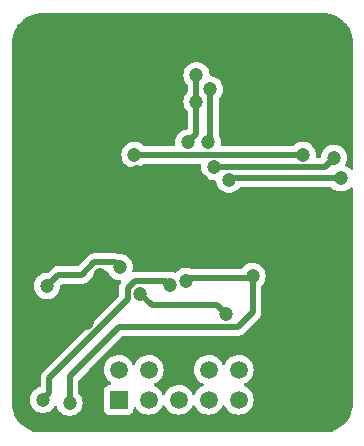
<source format=gbr>
%TF.GenerationSoftware,KiCad,Pcbnew,8.0.5*%
%TF.CreationDate,2024-11-27T14:41:50+01:00*%
%TF.ProjectId,TOF_PCB,544f465f-5043-4422-9e6b-696361645f70,rev?*%
%TF.SameCoordinates,Original*%
%TF.FileFunction,Copper,L2,Bot*%
%TF.FilePolarity,Positive*%
%FSLAX46Y46*%
G04 Gerber Fmt 4.6, Leading zero omitted, Abs format (unit mm)*
G04 Created by KiCad (PCBNEW 8.0.5) date 2024-11-27 14:41:50*
%MOMM*%
%LPD*%
G01*
G04 APERTURE LIST*
%TA.AperFunction,ComponentPad*%
%ADD10R,1.508000X1.508000*%
%TD*%
%TA.AperFunction,ComponentPad*%
%ADD11C,1.508000*%
%TD*%
%TA.AperFunction,ViaPad*%
%ADD12C,1.200000*%
%TD*%
%TA.AperFunction,Conductor*%
%ADD13C,0.500000*%
%TD*%
G04 APERTURE END LIST*
D10*
%TO.P,U101,1,INT_I*%
%TO.N,/TOFA_GPIO1*%
X170160000Y-117240000D03*
D11*
%TO.P,U101,2,SCL_I*%
%TO.N,/I2C_MAIN_SCL*%
X170160000Y-114700000D03*
%TO.P,U101,3,XSDN_I*%
%TO.N,/TOFA_XSHUT*%
X172700000Y-117240000D03*
%TO.P,U101,4,SDA_I*%
%TO.N,/I2C_MAIN_SDA*%
X172700000Y-114700000D03*
%TO.P,U101,5,VDD*%
%TO.N,+5V*%
X175240000Y-117240000D03*
%TO.P,U101,6,GND*%
%TO.N,GND*%
X175240000Y-114700000D03*
%TO.P,U101,7,NC*%
%TO.N,unconnected-(U101-NC-Pad7)*%
X177780000Y-117240000D03*
%TO.P,U101,8,NC*%
%TO.N,unconnected-(U101-NC-Pad8)*%
X177780000Y-114700000D03*
%TO.P,U101,9,NC1_I*%
%TO.N,unconnected-(U101-NC1_I-Pad9)*%
X180320000Y-117240000D03*
%TO.P,U101,10,NC0_I*%
%TO.N,unconnected-(U101-NC0_I-Pad10)*%
X180320000Y-114700000D03*
%TD*%
D12*
%TO.N,GND*%
X177200000Y-98750000D03*
X171715000Y-97915000D03*
X163000000Y-114750000D03*
X182000000Y-102500000D03*
X169500000Y-102500000D03*
X167500000Y-110700000D03*
X188750000Y-102500000D03*
X168550000Y-106632537D03*
%TO.N,+5V*%
X171500000Y-96500000D03*
X185750000Y-96500000D03*
%TO.N,/TOFB_GPIO1*%
X172000000Y-108250000D03*
X179250000Y-110000000D03*
X170250000Y-106000000D03*
X164100000Y-107600000D03*
%TO.N,/I2C_MAIN_SCL*%
X176750000Y-91995000D03*
X176750000Y-89750000D03*
X176034923Y-95450000D03*
%TO.N,/I2C_MAIN_SDA*%
X177900000Y-90945000D03*
X177750000Y-95450000D03*
%TO.N,/TOFC_XSHUT*%
X188390000Y-96750000D03*
X178250000Y-97550000D03*
%TO.N,/TOFC_GPIO1*%
X179500000Y-98600000D03*
X189000000Y-98500000D03*
%TO.N,/TOFA_XSHUT*%
X163750000Y-117250000D03*
X174500000Y-107500000D03*
%TO.N,/TOFA_GPIO1*%
X166000000Y-117500000D03*
X181500000Y-106750000D03*
X175863510Y-107182445D03*
%TD*%
D13*
%TO.N,/TOFA_XSHUT*%
X163750000Y-117250000D02*
X164300000Y-116700000D01*
X174200000Y-107200000D02*
X174500000Y-107500000D01*
X164300000Y-116700000D02*
X164300000Y-115384925D01*
X164300000Y-115384925D02*
X170950000Y-108734925D01*
X170950000Y-107800000D02*
X171550000Y-107200000D01*
X170950000Y-108734925D02*
X170950000Y-107800000D01*
X171550000Y-107200000D02*
X174200000Y-107200000D01*
%TO.N,/TOFA_GPIO1*%
X166000000Y-117500000D02*
X166000000Y-115250000D01*
X166000000Y-115250000D02*
X170200000Y-111050000D01*
X170200000Y-111050000D02*
X180250000Y-111050000D01*
X180250000Y-111050000D02*
X181500000Y-109800000D01*
X181500000Y-109800000D02*
X181500000Y-106750000D01*
%TO.N,GND*%
X172550000Y-98750000D02*
X177200000Y-98750000D01*
X167500000Y-110700000D02*
X167050000Y-110700000D01*
X182000000Y-102500000D02*
X169500000Y-102500000D01*
X171715000Y-97915000D02*
X172550000Y-98750000D01*
X167500000Y-110700000D02*
X167750000Y-110450000D01*
X167750000Y-110450000D02*
X167750000Y-107432537D01*
X167050000Y-110700000D02*
X163000000Y-114750000D01*
X167750000Y-107432537D02*
X168550000Y-106632537D01*
X182000000Y-102500000D02*
X188750000Y-102500000D01*
%TO.N,+5V*%
X171500000Y-96500000D02*
X185750000Y-96500000D01*
%TO.N,/TOFB_GPIO1*%
X179250000Y-110000000D02*
X178500000Y-109250000D01*
X168115075Y-105582537D02*
X169832537Y-105582537D01*
X169832537Y-105582537D02*
X170250000Y-106000000D01*
X165052388Y-106647612D02*
X167050000Y-106647612D01*
X167050000Y-106647612D02*
X168115075Y-105582537D01*
X173000000Y-109250000D02*
X172000000Y-108250000D01*
X178500000Y-109250000D02*
X173000000Y-109250000D01*
X164100000Y-107600000D02*
X165052388Y-106647612D01*
%TO.N,/I2C_MAIN_SCL*%
X176995000Y-91750000D02*
X176750000Y-91995000D01*
X176034923Y-95450000D02*
X176750000Y-94734923D01*
X176750000Y-94734923D02*
X176750000Y-91995000D01*
X176750000Y-89750000D02*
X176750000Y-91750000D01*
X176750000Y-91750000D02*
X176995000Y-91750000D01*
%TO.N,/I2C_MAIN_SDA*%
X177900000Y-95300000D02*
X177750000Y-95450000D01*
X177900000Y-90945000D02*
X177900000Y-95300000D01*
%TO.N,/TOFC_XSHUT*%
X188390000Y-96750000D02*
X187590000Y-97550000D01*
X187590000Y-97550000D02*
X178250000Y-97550000D01*
%TO.N,/TOFC_GPIO1*%
X189000000Y-98500000D02*
X179600000Y-98500000D01*
X179600000Y-98500000D02*
X179500000Y-98600000D01*
%TO.N,/TOFA_GPIO1*%
X175863510Y-107182445D02*
X176095955Y-106950000D01*
X176095955Y-106950000D02*
X181300000Y-106950000D01*
X181300000Y-106950000D02*
X181500000Y-106750000D01*
%TD*%
%TA.AperFunction,Conductor*%
%TO.N,GND*%
G36*
X163696106Y-84500525D02*
G01*
X163755603Y-84501748D01*
X163755603Y-84501747D01*
X163755606Y-84501748D01*
X163760043Y-84501256D01*
X163773712Y-84500500D01*
X187496249Y-84500500D01*
X187503736Y-84500726D01*
X187793796Y-84518271D01*
X187808657Y-84520075D01*
X188090798Y-84571780D01*
X188105335Y-84575363D01*
X188379172Y-84660695D01*
X188393163Y-84666000D01*
X188654743Y-84783727D01*
X188667989Y-84790680D01*
X188913465Y-84939075D01*
X188925776Y-84947573D01*
X189047218Y-85042716D01*
X189151573Y-85124473D01*
X189162781Y-85134403D01*
X189365596Y-85337218D01*
X189375526Y-85348426D01*
X189495481Y-85501538D01*
X189552422Y-85574217D01*
X189560928Y-85586540D01*
X189709316Y-85832004D01*
X189716275Y-85845263D01*
X189833997Y-86106831D01*
X189839306Y-86120832D01*
X189924635Y-86394663D01*
X189928219Y-86409201D01*
X189979923Y-86691340D01*
X189981728Y-86706205D01*
X189999274Y-86996263D01*
X189999500Y-87003750D01*
X189999500Y-97641173D01*
X189979815Y-97708212D01*
X189927011Y-97753967D01*
X189857853Y-97763911D01*
X189794297Y-97734886D01*
X189791962Y-97732810D01*
X189666042Y-97618019D01*
X189666039Y-97618017D01*
X189492642Y-97510655D01*
X189492640Y-97510654D01*
X189492637Y-97510652D01*
X189492634Y-97510651D01*
X189492629Y-97510648D01*
X189408213Y-97477945D01*
X189352812Y-97435372D01*
X189329222Y-97369605D01*
X189342007Y-97307050D01*
X189420582Y-97149250D01*
X189476397Y-96953083D01*
X189495215Y-96750000D01*
X189476397Y-96546917D01*
X189420582Y-96350750D01*
X189329673Y-96168179D01*
X189206764Y-96005421D01*
X189206762Y-96005418D01*
X189056041Y-95868019D01*
X189056039Y-95868017D01*
X188882642Y-95760655D01*
X188882635Y-95760651D01*
X188770311Y-95717137D01*
X188692456Y-95686976D01*
X188491976Y-95649500D01*
X188288024Y-95649500D01*
X188087544Y-95686976D01*
X188087541Y-95686976D01*
X188087541Y-95686977D01*
X187897364Y-95760651D01*
X187897357Y-95760655D01*
X187723960Y-95868017D01*
X187723958Y-95868019D01*
X187573237Y-96005418D01*
X187450327Y-96168178D01*
X187359422Y-96350739D01*
X187359417Y-96350752D01*
X187303602Y-96546917D01*
X187290628Y-96686941D01*
X187264842Y-96751878D01*
X187208041Y-96792566D01*
X187167157Y-96799500D01*
X186963484Y-96799500D01*
X186896445Y-96779815D01*
X186850690Y-96727011D01*
X186840013Y-96664059D01*
X186855215Y-96500000D01*
X186855215Y-96499999D01*
X186836397Y-96296917D01*
X186799767Y-96168178D01*
X186780582Y-96100750D01*
X186689673Y-95918179D01*
X186570717Y-95760655D01*
X186566762Y-95755418D01*
X186416041Y-95618019D01*
X186416039Y-95618017D01*
X186242642Y-95510655D01*
X186242635Y-95510651D01*
X186086072Y-95449999D01*
X186052456Y-95436976D01*
X185851976Y-95399500D01*
X185648024Y-95399500D01*
X185447544Y-95436976D01*
X185447541Y-95436976D01*
X185447541Y-95436977D01*
X185257364Y-95510651D01*
X185257357Y-95510655D01*
X185083960Y-95618017D01*
X185083958Y-95618019D01*
X184975231Y-95717137D01*
X184912427Y-95747754D01*
X184891693Y-95749500D01*
X178963484Y-95749500D01*
X178896445Y-95729815D01*
X178850690Y-95677011D01*
X178840013Y-95614059D01*
X178855215Y-95450000D01*
X178855215Y-95449999D01*
X178836397Y-95246917D01*
X178780582Y-95050750D01*
X178689673Y-94868179D01*
X178675543Y-94849467D01*
X178650854Y-94784105D01*
X178650500Y-94774744D01*
X178650500Y-91804738D01*
X178670185Y-91737699D01*
X178690962Y-91713101D01*
X178701938Y-91703093D01*
X178716764Y-91689579D01*
X178839673Y-91526821D01*
X178930582Y-91344250D01*
X178986397Y-91148083D01*
X179005215Y-90945000D01*
X178986397Y-90741917D01*
X178930582Y-90545750D01*
X178839673Y-90363179D01*
X178716764Y-90200421D01*
X178716762Y-90200418D01*
X178566041Y-90063019D01*
X178566039Y-90063017D01*
X178392642Y-89955655D01*
X178392635Y-89955651D01*
X178297546Y-89918814D01*
X178202456Y-89881976D01*
X178001976Y-89844500D01*
X178001974Y-89844500D01*
X177977013Y-89844500D01*
X177909974Y-89824815D01*
X177864219Y-89772011D01*
X177853542Y-89731941D01*
X177836397Y-89546918D01*
X177836397Y-89546917D01*
X177780582Y-89350750D01*
X177689673Y-89168179D01*
X177566764Y-89005421D01*
X177566762Y-89005418D01*
X177416041Y-88868019D01*
X177416039Y-88868017D01*
X177242642Y-88760655D01*
X177242635Y-88760651D01*
X177147546Y-88723814D01*
X177052456Y-88686976D01*
X176851976Y-88649500D01*
X176648024Y-88649500D01*
X176447544Y-88686976D01*
X176447541Y-88686976D01*
X176447541Y-88686977D01*
X176257364Y-88760651D01*
X176257357Y-88760655D01*
X176083960Y-88868017D01*
X176083958Y-88868019D01*
X175933237Y-89005418D01*
X175810327Y-89168178D01*
X175719422Y-89350739D01*
X175719417Y-89350752D01*
X175663602Y-89546917D01*
X175644785Y-89749999D01*
X175644785Y-89750000D01*
X175663602Y-89953082D01*
X175719417Y-90149247D01*
X175719422Y-90149260D01*
X175810327Y-90331821D01*
X175933237Y-90494580D01*
X175959038Y-90518101D01*
X175995320Y-90577812D01*
X175999500Y-90609738D01*
X175999500Y-91135261D01*
X175979815Y-91202300D01*
X175959040Y-91226897D01*
X175933235Y-91250421D01*
X175810327Y-91413178D01*
X175719422Y-91595739D01*
X175719417Y-91595752D01*
X175663602Y-91791917D01*
X175644785Y-91994999D01*
X175644785Y-91995000D01*
X175663602Y-92198082D01*
X175719417Y-92394247D01*
X175719422Y-92394260D01*
X175810327Y-92576821D01*
X175933237Y-92739580D01*
X175959038Y-92763101D01*
X175995320Y-92822812D01*
X175999500Y-92854738D01*
X175999500Y-94234090D01*
X175979815Y-94301129D01*
X175927011Y-94346884D01*
X175898286Y-94355979D01*
X175819559Y-94370695D01*
X175732467Y-94386976D01*
X175732465Y-94386976D01*
X175732463Y-94386977D01*
X175542287Y-94460651D01*
X175542280Y-94460655D01*
X175368883Y-94568017D01*
X175368881Y-94568019D01*
X175218160Y-94705418D01*
X175095250Y-94868178D01*
X175004345Y-95050739D01*
X175004340Y-95050752D01*
X174948525Y-95246917D01*
X174929708Y-95449999D01*
X174929708Y-95450000D01*
X174944910Y-95614059D01*
X174931495Y-95682629D01*
X174883138Y-95733060D01*
X174821439Y-95749500D01*
X172358307Y-95749500D01*
X172291268Y-95729815D01*
X172274769Y-95717137D01*
X172166041Y-95618019D01*
X172166039Y-95618017D01*
X171992642Y-95510655D01*
X171992635Y-95510651D01*
X171836072Y-95449999D01*
X171802456Y-95436976D01*
X171601976Y-95399500D01*
X171398024Y-95399500D01*
X171197544Y-95436976D01*
X171197541Y-95436976D01*
X171197541Y-95436977D01*
X171007364Y-95510651D01*
X171007357Y-95510655D01*
X170833960Y-95618017D01*
X170833958Y-95618019D01*
X170683237Y-95755418D01*
X170560327Y-95918178D01*
X170469422Y-96100739D01*
X170469417Y-96100752D01*
X170413602Y-96296917D01*
X170394785Y-96499999D01*
X170394785Y-96500000D01*
X170413602Y-96703082D01*
X170469417Y-96899247D01*
X170469422Y-96899260D01*
X170560327Y-97081821D01*
X170683237Y-97244581D01*
X170833958Y-97381980D01*
X170833960Y-97381982D01*
X170908970Y-97428426D01*
X171007363Y-97489348D01*
X171197544Y-97563024D01*
X171398024Y-97600500D01*
X171398026Y-97600500D01*
X171601974Y-97600500D01*
X171601976Y-97600500D01*
X171802456Y-97563024D01*
X171992637Y-97489348D01*
X172166041Y-97381981D01*
X172248240Y-97307047D01*
X172274769Y-97282863D01*
X172337573Y-97252246D01*
X172358307Y-97250500D01*
X177036516Y-97250500D01*
X177103555Y-97270185D01*
X177149310Y-97322989D01*
X177159987Y-97385941D01*
X177144785Y-97549999D01*
X177144785Y-97550000D01*
X177163602Y-97753082D01*
X177219417Y-97949247D01*
X177219422Y-97949260D01*
X177310327Y-98131821D01*
X177433237Y-98294581D01*
X177583958Y-98431980D01*
X177583960Y-98431982D01*
X177683141Y-98493392D01*
X177757363Y-98539348D01*
X177947544Y-98613024D01*
X178148024Y-98650500D01*
X178148026Y-98650500D01*
X178286423Y-98650500D01*
X178353462Y-98670185D01*
X178399217Y-98722989D01*
X178409894Y-98763058D01*
X178413603Y-98803083D01*
X178469417Y-98999247D01*
X178469422Y-98999260D01*
X178560327Y-99181821D01*
X178683237Y-99344581D01*
X178833958Y-99481980D01*
X178833960Y-99481982D01*
X178845857Y-99489348D01*
X179007363Y-99589348D01*
X179197544Y-99663024D01*
X179398024Y-99700500D01*
X179398026Y-99700500D01*
X179601974Y-99700500D01*
X179601976Y-99700500D01*
X179802456Y-99663024D01*
X179992637Y-99589348D01*
X180166041Y-99481981D01*
X180316764Y-99344579D01*
X180350600Y-99299773D01*
X180406709Y-99258137D01*
X180449554Y-99250500D01*
X188141693Y-99250500D01*
X188208732Y-99270185D01*
X188225231Y-99282863D01*
X188333958Y-99381980D01*
X188333960Y-99381982D01*
X188433141Y-99443392D01*
X188507363Y-99489348D01*
X188697544Y-99563024D01*
X188898024Y-99600500D01*
X188898026Y-99600500D01*
X189101974Y-99600500D01*
X189101976Y-99600500D01*
X189302456Y-99563024D01*
X189492637Y-99489348D01*
X189666041Y-99381981D01*
X189791962Y-99267189D01*
X189854766Y-99236572D01*
X189924153Y-99244769D01*
X189978093Y-99289179D01*
X189999461Y-99355701D01*
X189999500Y-99358826D01*
X189999500Y-117496249D01*
X189999274Y-117503736D01*
X189981728Y-117793794D01*
X189979923Y-117808659D01*
X189928219Y-118090798D01*
X189924635Y-118105336D01*
X189839306Y-118379167D01*
X189833997Y-118393168D01*
X189716275Y-118654736D01*
X189709316Y-118667995D01*
X189560928Y-118913459D01*
X189552422Y-118925782D01*
X189375526Y-119151573D01*
X189365596Y-119162781D01*
X189162781Y-119365596D01*
X189151573Y-119375526D01*
X188925782Y-119552422D01*
X188913459Y-119560928D01*
X188667995Y-119709316D01*
X188654736Y-119716275D01*
X188393168Y-119833997D01*
X188379167Y-119839306D01*
X188105336Y-119924635D01*
X188090798Y-119928219D01*
X187808659Y-119979923D01*
X187793794Y-119981728D01*
X187503736Y-119999274D01*
X187496249Y-119999500D01*
X187428011Y-119999500D01*
X187427965Y-119999502D01*
X163625009Y-120000339D01*
X163617631Y-120000120D01*
X163329277Y-119982943D01*
X163314632Y-119981191D01*
X163034011Y-119930556D01*
X163019678Y-119927079D01*
X162747042Y-119843480D01*
X162733222Y-119838325D01*
X162472436Y-119722942D01*
X162459327Y-119716182D01*
X162214099Y-119570659D01*
X162201886Y-119562392D01*
X161975667Y-119388779D01*
X161964520Y-119379119D01*
X161760510Y-119179867D01*
X161750591Y-119168952D01*
X161571683Y-118946890D01*
X161563135Y-118934884D01*
X161411856Y-118693143D01*
X161404790Y-118680198D01*
X161396020Y-118661576D01*
X161283290Y-118422215D01*
X161277812Y-118408527D01*
X161268982Y-118381982D01*
X161187797Y-118137928D01*
X161183987Y-118123698D01*
X161126738Y-117844320D01*
X161124645Y-117829741D01*
X161100945Y-117545216D01*
X161100518Y-117534792D01*
X161100874Y-117249999D01*
X162644785Y-117249999D01*
X162644785Y-117250000D01*
X162663602Y-117453082D01*
X162719417Y-117649247D01*
X162719422Y-117649260D01*
X162810327Y-117831821D01*
X162933237Y-117994581D01*
X163083958Y-118131980D01*
X163083960Y-118131982D01*
X163093578Y-118137937D01*
X163257363Y-118239348D01*
X163447544Y-118313024D01*
X163648024Y-118350500D01*
X163648026Y-118350500D01*
X163851974Y-118350500D01*
X163851976Y-118350500D01*
X164052456Y-118313024D01*
X164242637Y-118239348D01*
X164416041Y-118131981D01*
X164566764Y-117994579D01*
X164689673Y-117831821D01*
X164712814Y-117785346D01*
X164760315Y-117734110D01*
X164827978Y-117716688D01*
X164894319Y-117738613D01*
X164938275Y-117792923D01*
X164943080Y-117806683D01*
X164969417Y-117899247D01*
X164969422Y-117899260D01*
X165060327Y-118081821D01*
X165183237Y-118244581D01*
X165333958Y-118381980D01*
X165333960Y-118381982D01*
X165424099Y-118437793D01*
X165507363Y-118489348D01*
X165697544Y-118563024D01*
X165898024Y-118600500D01*
X165898026Y-118600500D01*
X166101974Y-118600500D01*
X166101976Y-118600500D01*
X166302456Y-118563024D01*
X166492637Y-118489348D01*
X166666041Y-118381981D01*
X166816764Y-118244579D01*
X166939673Y-118081821D01*
X167030582Y-117899250D01*
X167086397Y-117703083D01*
X167105215Y-117500000D01*
X167104867Y-117496249D01*
X167086397Y-117296917D01*
X167073048Y-117250000D01*
X167030582Y-117100750D01*
X166939673Y-116918179D01*
X166816764Y-116755421D01*
X166790960Y-116731897D01*
X166754680Y-116672185D01*
X166750500Y-116640261D01*
X166750500Y-115612230D01*
X166770185Y-115545191D01*
X166786819Y-115524549D01*
X167611371Y-114699997D01*
X168900708Y-114699997D01*
X168900708Y-114700002D01*
X168918774Y-114906509D01*
X168919839Y-114918674D01*
X168976653Y-115130703D01*
X168976654Y-115130706D01*
X168976655Y-115130708D01*
X169069419Y-115329642D01*
X169069423Y-115329650D01*
X169195322Y-115509452D01*
X169195327Y-115509458D01*
X169350541Y-115664672D01*
X169350547Y-115664677D01*
X169486576Y-115759925D01*
X169530201Y-115814502D01*
X169537395Y-115884000D01*
X169505872Y-115946355D01*
X169445643Y-115981769D01*
X169415455Y-115985500D01*
X169358130Y-115985500D01*
X169358123Y-115985501D01*
X169298516Y-115991908D01*
X169163671Y-116042202D01*
X169163664Y-116042206D01*
X169048455Y-116128452D01*
X169048452Y-116128455D01*
X168962206Y-116243664D01*
X168962202Y-116243671D01*
X168911908Y-116378517D01*
X168906315Y-116430543D01*
X168905501Y-116438123D01*
X168905500Y-116438135D01*
X168905500Y-118041870D01*
X168905501Y-118041876D01*
X168911908Y-118101483D01*
X168962202Y-118236328D01*
X168962206Y-118236335D01*
X169048452Y-118351544D01*
X169048455Y-118351547D01*
X169163664Y-118437793D01*
X169163671Y-118437797D01*
X169298517Y-118488091D01*
X169298516Y-118488091D01*
X169305444Y-118488835D01*
X169358127Y-118494500D01*
X170961872Y-118494499D01*
X171021483Y-118488091D01*
X171156331Y-118437796D01*
X171271546Y-118351546D01*
X171357796Y-118236331D01*
X171408091Y-118101483D01*
X171414500Y-118041873D01*
X171414499Y-117984545D01*
X171434182Y-117917509D01*
X171486986Y-117871753D01*
X171556144Y-117861809D01*
X171619700Y-117890833D01*
X171640073Y-117913422D01*
X171735326Y-118049457D01*
X171735327Y-118049458D01*
X171890541Y-118204672D01*
X171890547Y-118204677D01*
X172070349Y-118330576D01*
X172070351Y-118330577D01*
X172070354Y-118330579D01*
X172269297Y-118423347D01*
X172481326Y-118480161D01*
X172637521Y-118493826D01*
X172699998Y-118499292D01*
X172700000Y-118499292D01*
X172700002Y-118499292D01*
X172754797Y-118494498D01*
X172918674Y-118480161D01*
X173130703Y-118423347D01*
X173329646Y-118330579D01*
X173509457Y-118204674D01*
X173664674Y-118049457D01*
X173790579Y-117869646D01*
X173857618Y-117725878D01*
X173903790Y-117673439D01*
X173970983Y-117654287D01*
X174037864Y-117674502D01*
X174082381Y-117725878D01*
X174113645Y-117792923D01*
X174149419Y-117869642D01*
X174149423Y-117869650D01*
X174275322Y-118049452D01*
X174275327Y-118049458D01*
X174430541Y-118204672D01*
X174430547Y-118204677D01*
X174610349Y-118330576D01*
X174610351Y-118330577D01*
X174610354Y-118330579D01*
X174809297Y-118423347D01*
X175021326Y-118480161D01*
X175177521Y-118493826D01*
X175239998Y-118499292D01*
X175240000Y-118499292D01*
X175240002Y-118499292D01*
X175294797Y-118494498D01*
X175458674Y-118480161D01*
X175670703Y-118423347D01*
X175869646Y-118330579D01*
X176049457Y-118204674D01*
X176204674Y-118049457D01*
X176330579Y-117869646D01*
X176397618Y-117725878D01*
X176443790Y-117673439D01*
X176510983Y-117654287D01*
X176577864Y-117674502D01*
X176622381Y-117725878D01*
X176653645Y-117792923D01*
X176689419Y-117869642D01*
X176689423Y-117869650D01*
X176815322Y-118049452D01*
X176815327Y-118049458D01*
X176970541Y-118204672D01*
X176970547Y-118204677D01*
X177150349Y-118330576D01*
X177150351Y-118330577D01*
X177150354Y-118330579D01*
X177349297Y-118423347D01*
X177561326Y-118480161D01*
X177717521Y-118493826D01*
X177779998Y-118499292D01*
X177780000Y-118499292D01*
X177780002Y-118499292D01*
X177834797Y-118494498D01*
X177998674Y-118480161D01*
X178210703Y-118423347D01*
X178409646Y-118330579D01*
X178589457Y-118204674D01*
X178744674Y-118049457D01*
X178870579Y-117869646D01*
X178937618Y-117725878D01*
X178983790Y-117673439D01*
X179050983Y-117654287D01*
X179117864Y-117674502D01*
X179162381Y-117725878D01*
X179193645Y-117792923D01*
X179229419Y-117869642D01*
X179229423Y-117869650D01*
X179355322Y-118049452D01*
X179355327Y-118049458D01*
X179510541Y-118204672D01*
X179510547Y-118204677D01*
X179690349Y-118330576D01*
X179690351Y-118330577D01*
X179690354Y-118330579D01*
X179889297Y-118423347D01*
X180101326Y-118480161D01*
X180257521Y-118493826D01*
X180319998Y-118499292D01*
X180320000Y-118499292D01*
X180320002Y-118499292D01*
X180374797Y-118494498D01*
X180538674Y-118480161D01*
X180750703Y-118423347D01*
X180949646Y-118330579D01*
X181129457Y-118204674D01*
X181284674Y-118049457D01*
X181410579Y-117869646D01*
X181503347Y-117670703D01*
X181560161Y-117458674D01*
X181579292Y-117240000D01*
X181560161Y-117021326D01*
X181503347Y-116809297D01*
X181410579Y-116610354D01*
X181410577Y-116610351D01*
X181410576Y-116610349D01*
X181284677Y-116430547D01*
X181284672Y-116430541D01*
X181129458Y-116275327D01*
X181129452Y-116275322D01*
X180949650Y-116149423D01*
X180949642Y-116149419D01*
X180805879Y-116082382D01*
X180753439Y-116036210D01*
X180734287Y-115969017D01*
X180754502Y-115902136D01*
X180805879Y-115857618D01*
X180949646Y-115790579D01*
X181129457Y-115664674D01*
X181284674Y-115509457D01*
X181410579Y-115329646D01*
X181503347Y-115130703D01*
X181560161Y-114918674D01*
X181579292Y-114700000D01*
X181560161Y-114481326D01*
X181503347Y-114269297D01*
X181410579Y-114070354D01*
X181410577Y-114070351D01*
X181410576Y-114070349D01*
X181284677Y-113890547D01*
X181284672Y-113890541D01*
X181129458Y-113735327D01*
X181129452Y-113735322D01*
X180949650Y-113609423D01*
X180949642Y-113609419D01*
X180750708Y-113516655D01*
X180750706Y-113516654D01*
X180750703Y-113516653D01*
X180599885Y-113476240D01*
X180538675Y-113459839D01*
X180538668Y-113459838D01*
X180320002Y-113440708D01*
X180319998Y-113440708D01*
X180101331Y-113459838D01*
X180101324Y-113459839D01*
X179978902Y-113492642D01*
X179889297Y-113516653D01*
X179889295Y-113516653D01*
X179889291Y-113516655D01*
X179690357Y-113609419D01*
X179690349Y-113609423D01*
X179510547Y-113735322D01*
X179510541Y-113735327D01*
X179355327Y-113890541D01*
X179355322Y-113890547D01*
X179229423Y-114070349D01*
X179229419Y-114070357D01*
X179162382Y-114214120D01*
X179116210Y-114266560D01*
X179049017Y-114285712D01*
X178982135Y-114265496D01*
X178937618Y-114214120D01*
X178870580Y-114070357D01*
X178870579Y-114070354D01*
X178870577Y-114070351D01*
X178870576Y-114070349D01*
X178744677Y-113890547D01*
X178744672Y-113890541D01*
X178589458Y-113735327D01*
X178589452Y-113735322D01*
X178409650Y-113609423D01*
X178409642Y-113609419D01*
X178210708Y-113516655D01*
X178210706Y-113516654D01*
X178210703Y-113516653D01*
X178059885Y-113476240D01*
X177998675Y-113459839D01*
X177998668Y-113459838D01*
X177780002Y-113440708D01*
X177779998Y-113440708D01*
X177561331Y-113459838D01*
X177561324Y-113459839D01*
X177438902Y-113492642D01*
X177349297Y-113516653D01*
X177349295Y-113516653D01*
X177349291Y-113516655D01*
X177150357Y-113609419D01*
X177150349Y-113609423D01*
X176970547Y-113735322D01*
X176970541Y-113735327D01*
X176815327Y-113890541D01*
X176815322Y-113890547D01*
X176689423Y-114070349D01*
X176689419Y-114070357D01*
X176596655Y-114269291D01*
X176539839Y-114481324D01*
X176539838Y-114481331D01*
X176520708Y-114699997D01*
X176520708Y-114700002D01*
X176538774Y-114906509D01*
X176539839Y-114918674D01*
X176596653Y-115130703D01*
X176596654Y-115130706D01*
X176596655Y-115130708D01*
X176689419Y-115329642D01*
X176689423Y-115329650D01*
X176815322Y-115509452D01*
X176815327Y-115509458D01*
X176970541Y-115664672D01*
X176970547Y-115664677D01*
X177150349Y-115790576D01*
X177150351Y-115790577D01*
X177150354Y-115790579D01*
X177234963Y-115830032D01*
X177294120Y-115857618D01*
X177346560Y-115903790D01*
X177365712Y-115970983D01*
X177345496Y-116037865D01*
X177294120Y-116082382D01*
X177150357Y-116149419D01*
X177150349Y-116149423D01*
X176970547Y-116275322D01*
X176970541Y-116275327D01*
X176815327Y-116430541D01*
X176815322Y-116430547D01*
X176689423Y-116610349D01*
X176689419Y-116610357D01*
X176622382Y-116754120D01*
X176576210Y-116806560D01*
X176509017Y-116825712D01*
X176442135Y-116805496D01*
X176397618Y-116754120D01*
X176357543Y-116668179D01*
X176330579Y-116610354D01*
X176330577Y-116610351D01*
X176330576Y-116610349D01*
X176204677Y-116430547D01*
X176204672Y-116430541D01*
X176049458Y-116275327D01*
X176049452Y-116275322D01*
X175869650Y-116149423D01*
X175869642Y-116149419D01*
X175670708Y-116056655D01*
X175670706Y-116056654D01*
X175670703Y-116056653D01*
X175519885Y-116016240D01*
X175458675Y-115999839D01*
X175458668Y-115999838D01*
X175240002Y-115980708D01*
X175239998Y-115980708D01*
X175021331Y-115999838D01*
X175021324Y-115999839D01*
X174898902Y-116032642D01*
X174809297Y-116056653D01*
X174809295Y-116056653D01*
X174809291Y-116056655D01*
X174610357Y-116149419D01*
X174610349Y-116149423D01*
X174430547Y-116275322D01*
X174430541Y-116275327D01*
X174275327Y-116430541D01*
X174275322Y-116430547D01*
X174149423Y-116610349D01*
X174149419Y-116610357D01*
X174082382Y-116754120D01*
X174036210Y-116806560D01*
X173969017Y-116825712D01*
X173902135Y-116805496D01*
X173857618Y-116754120D01*
X173817543Y-116668179D01*
X173790579Y-116610354D01*
X173790577Y-116610351D01*
X173790576Y-116610349D01*
X173664677Y-116430547D01*
X173664672Y-116430541D01*
X173509458Y-116275327D01*
X173509452Y-116275322D01*
X173329650Y-116149423D01*
X173329642Y-116149419D01*
X173185879Y-116082382D01*
X173133439Y-116036210D01*
X173114287Y-115969017D01*
X173134502Y-115902136D01*
X173185879Y-115857618D01*
X173329646Y-115790579D01*
X173509457Y-115664674D01*
X173664674Y-115509457D01*
X173790579Y-115329646D01*
X173883347Y-115130703D01*
X173940161Y-114918674D01*
X173959292Y-114700000D01*
X173940161Y-114481326D01*
X173883347Y-114269297D01*
X173790579Y-114070354D01*
X173790577Y-114070351D01*
X173790576Y-114070349D01*
X173664677Y-113890547D01*
X173664672Y-113890541D01*
X173509458Y-113735327D01*
X173509452Y-113735322D01*
X173329650Y-113609423D01*
X173329642Y-113609419D01*
X173130708Y-113516655D01*
X173130706Y-113516654D01*
X173130703Y-113516653D01*
X172979885Y-113476240D01*
X172918675Y-113459839D01*
X172918668Y-113459838D01*
X172700002Y-113440708D01*
X172699998Y-113440708D01*
X172481331Y-113459838D01*
X172481324Y-113459839D01*
X172358902Y-113492642D01*
X172269297Y-113516653D01*
X172269295Y-113516653D01*
X172269291Y-113516655D01*
X172070357Y-113609419D01*
X172070349Y-113609423D01*
X171890547Y-113735322D01*
X171890541Y-113735327D01*
X171735327Y-113890541D01*
X171735322Y-113890547D01*
X171609423Y-114070349D01*
X171609419Y-114070357D01*
X171542382Y-114214120D01*
X171496210Y-114266560D01*
X171429017Y-114285712D01*
X171362135Y-114265496D01*
X171317618Y-114214120D01*
X171250580Y-114070357D01*
X171250579Y-114070354D01*
X171250577Y-114070351D01*
X171250576Y-114070349D01*
X171124677Y-113890547D01*
X171124672Y-113890541D01*
X170969458Y-113735327D01*
X170969452Y-113735322D01*
X170789650Y-113609423D01*
X170789642Y-113609419D01*
X170590708Y-113516655D01*
X170590706Y-113516654D01*
X170590703Y-113516653D01*
X170439885Y-113476240D01*
X170378675Y-113459839D01*
X170378668Y-113459838D01*
X170160002Y-113440708D01*
X170159998Y-113440708D01*
X169941331Y-113459838D01*
X169941324Y-113459839D01*
X169818902Y-113492642D01*
X169729297Y-113516653D01*
X169729295Y-113516653D01*
X169729291Y-113516655D01*
X169530357Y-113609419D01*
X169530349Y-113609423D01*
X169350547Y-113735322D01*
X169350541Y-113735327D01*
X169195327Y-113890541D01*
X169195322Y-113890547D01*
X169069423Y-114070349D01*
X169069419Y-114070357D01*
X168976655Y-114269291D01*
X168919839Y-114481324D01*
X168919838Y-114481331D01*
X168900708Y-114699997D01*
X167611371Y-114699997D01*
X170474549Y-111836819D01*
X170535872Y-111803334D01*
X170562230Y-111800500D01*
X180323920Y-111800500D01*
X180421462Y-111781096D01*
X180468913Y-111771658D01*
X180605495Y-111715084D01*
X180654729Y-111682186D01*
X180728416Y-111632952D01*
X182082952Y-110278416D01*
X182143194Y-110188256D01*
X182165084Y-110155495D01*
X182221658Y-110018913D01*
X182242311Y-109915085D01*
X182250500Y-109873920D01*
X182250500Y-107609738D01*
X182270185Y-107542699D01*
X182290962Y-107518101D01*
X182301938Y-107508093D01*
X182316764Y-107494579D01*
X182439673Y-107331821D01*
X182530582Y-107149250D01*
X182586397Y-106953083D01*
X182605215Y-106750000D01*
X182586397Y-106546917D01*
X182530582Y-106350750D01*
X182523173Y-106335871D01*
X182452082Y-106193100D01*
X182439673Y-106168179D01*
X182316764Y-106005421D01*
X182316762Y-106005418D01*
X182166041Y-105868019D01*
X182166039Y-105868017D01*
X181992642Y-105760655D01*
X181992635Y-105760651D01*
X181897546Y-105723814D01*
X181802456Y-105686976D01*
X181601976Y-105649500D01*
X181398024Y-105649500D01*
X181197544Y-105686976D01*
X181197541Y-105686976D01*
X181197541Y-105686977D01*
X181007364Y-105760651D01*
X181007357Y-105760655D01*
X180833960Y-105868017D01*
X180833958Y-105868019D01*
X180683237Y-106005418D01*
X180573884Y-106150227D01*
X180517775Y-106191863D01*
X180474930Y-106199500D01*
X176395856Y-106199500D01*
X176351062Y-106191127D01*
X176245486Y-106150227D01*
X176165966Y-106119421D01*
X175965486Y-106081945D01*
X175761534Y-106081945D01*
X175561054Y-106119421D01*
X175561051Y-106119421D01*
X175561051Y-106119422D01*
X175370874Y-106193096D01*
X175370867Y-106193100D01*
X175197470Y-106300462D01*
X175197468Y-106300464D01*
X175046746Y-106437864D01*
X175042885Y-106442101D01*
X175041476Y-106440817D01*
X174992266Y-106477315D01*
X174922553Y-106481988D01*
X174904658Y-106476568D01*
X174802461Y-106436977D01*
X174802456Y-106436976D01*
X174601976Y-106399500D01*
X174398024Y-106399500D01*
X174197544Y-106436976D01*
X174197542Y-106436976D01*
X174197540Y-106436977D01*
X174192010Y-106439119D01*
X174186830Y-106441126D01*
X174142038Y-106449500D01*
X171476082Y-106449500D01*
X171452674Y-106454156D01*
X171383083Y-106447927D01*
X171327906Y-106405064D01*
X171304662Y-106339174D01*
X171309217Y-106298608D01*
X171336397Y-106203083D01*
X171355215Y-106000000D01*
X171336397Y-105796917D01*
X171280582Y-105600750D01*
X171189673Y-105418179D01*
X171066764Y-105255421D01*
X171066762Y-105255418D01*
X170916041Y-105118019D01*
X170916039Y-105118017D01*
X170742642Y-105010655D01*
X170742635Y-105010651D01*
X170647546Y-104973814D01*
X170552456Y-104936976D01*
X170351976Y-104899500D01*
X170169354Y-104899500D01*
X170121903Y-104890061D01*
X170051450Y-104860879D01*
X170051444Y-104860877D01*
X169906457Y-104832037D01*
X169906455Y-104832037D01*
X168041157Y-104832037D01*
X168041151Y-104832037D01*
X168012317Y-104837771D01*
X168012318Y-104837772D01*
X167896168Y-104860876D01*
X167896158Y-104860879D01*
X167816156Y-104894016D01*
X167816157Y-104894017D01*
X167759581Y-104917452D01*
X167730362Y-104936976D01*
X167636657Y-104999586D01*
X167636654Y-104999589D01*
X166775451Y-105860793D01*
X166714128Y-105894278D01*
X166687770Y-105897112D01*
X164978468Y-105897112D01*
X164833480Y-105925952D01*
X164833470Y-105925955D01*
X164696896Y-105982526D01*
X164696893Y-105982527D01*
X164696893Y-105982528D01*
X164662631Y-106005421D01*
X164662630Y-106005420D01*
X164573973Y-106064658D01*
X164573966Y-106064664D01*
X164175451Y-106463181D01*
X164114128Y-106496666D01*
X164087770Y-106499500D01*
X163998024Y-106499500D01*
X163797544Y-106536976D01*
X163797541Y-106536976D01*
X163797541Y-106536977D01*
X163607364Y-106610651D01*
X163607357Y-106610655D01*
X163433960Y-106718017D01*
X163433958Y-106718019D01*
X163283237Y-106855418D01*
X163160327Y-107018178D01*
X163069422Y-107200739D01*
X163069417Y-107200752D01*
X163013602Y-107396917D01*
X162994785Y-107599999D01*
X162994785Y-107600000D01*
X163013602Y-107803082D01*
X163069417Y-107999247D01*
X163069422Y-107999260D01*
X163160327Y-108181821D01*
X163283237Y-108344581D01*
X163433958Y-108481980D01*
X163433960Y-108481982D01*
X163508835Y-108528342D01*
X163607363Y-108589348D01*
X163797544Y-108663024D01*
X163998024Y-108700500D01*
X163998026Y-108700500D01*
X164201974Y-108700500D01*
X164201976Y-108700500D01*
X164402456Y-108663024D01*
X164592637Y-108589348D01*
X164766041Y-108481981D01*
X164916764Y-108344579D01*
X165039673Y-108181821D01*
X165130582Y-107999250D01*
X165186397Y-107803083D01*
X165205215Y-107600000D01*
X165205214Y-107599995D01*
X165205561Y-107596257D01*
X165231347Y-107531319D01*
X165241352Y-107520015D01*
X165326939Y-107434430D01*
X165388262Y-107400945D01*
X165414619Y-107398112D01*
X167123920Y-107398112D01*
X167221462Y-107378708D01*
X167268913Y-107369270D01*
X167405495Y-107312696D01*
X167483385Y-107260652D01*
X167528416Y-107230564D01*
X168389623Y-106369355D01*
X168450946Y-106335871D01*
X168477304Y-106333037D01*
X169109670Y-106333037D01*
X169176709Y-106352722D01*
X169220670Y-106401766D01*
X169310325Y-106581819D01*
X169433237Y-106744581D01*
X169583958Y-106881980D01*
X169583960Y-106881982D01*
X169683141Y-106943392D01*
X169757363Y-106989348D01*
X169947544Y-107063024D01*
X170148024Y-107100500D01*
X170148026Y-107100500D01*
X170288770Y-107100500D01*
X170355809Y-107120185D01*
X170401564Y-107172989D01*
X170411508Y-107242147D01*
X170382483Y-107305703D01*
X170376451Y-107312181D01*
X170367049Y-107321582D01*
X170367045Y-107321586D01*
X170348395Y-107349501D01*
X170348394Y-107349502D01*
X170284916Y-107444503D01*
X170284914Y-107444506D01*
X170228343Y-107581082D01*
X170228340Y-107581092D01*
X170199500Y-107726079D01*
X170199500Y-108372694D01*
X170179815Y-108439733D01*
X170163181Y-108460375D01*
X163717050Y-114906505D01*
X163717044Y-114906513D01*
X163667812Y-114980193D01*
X163667813Y-114980194D01*
X163634921Y-115029421D01*
X163634914Y-115029433D01*
X163578342Y-115166011D01*
X163578340Y-115166017D01*
X163549500Y-115311004D01*
X163549500Y-116064949D01*
X163529815Y-116131988D01*
X163477011Y-116177743D01*
X163453030Y-116185335D01*
X163453051Y-116185409D01*
X163450553Y-116186119D01*
X163448287Y-116186837D01*
X163447544Y-116186975D01*
X163257364Y-116260651D01*
X163257357Y-116260655D01*
X163083960Y-116368017D01*
X163083958Y-116368019D01*
X162933237Y-116505418D01*
X162810327Y-116668178D01*
X162719422Y-116850739D01*
X162719417Y-116850752D01*
X162663602Y-117046917D01*
X162644785Y-117249999D01*
X161100874Y-117249999D01*
X161138546Y-87123435D01*
X161139361Y-87109409D01*
X161139651Y-87106887D01*
X161139653Y-87106880D01*
X161138662Y-87046475D01*
X161138646Y-87044351D01*
X161138649Y-87041496D01*
X161138752Y-87036631D01*
X161150049Y-86761389D01*
X161151445Y-86747254D01*
X161193779Y-86477834D01*
X161196789Y-86463942D01*
X161269713Y-86201162D01*
X161274299Y-86187690D01*
X161275628Y-86184416D01*
X161376850Y-85935001D01*
X161382937Y-85922171D01*
X161513779Y-85682877D01*
X161521297Y-85670826D01*
X161678691Y-85448109D01*
X161687556Y-85436981D01*
X161869434Y-85233764D01*
X161879493Y-85223747D01*
X162083457Y-85042712D01*
X162094615Y-85033899D01*
X162317985Y-84877423D01*
X162330069Y-84869954D01*
X162569892Y-84740107D01*
X162582753Y-84734070D01*
X162835886Y-84632554D01*
X162849346Y-84628034D01*
X163112449Y-84556190D01*
X163126333Y-84553243D01*
X163395936Y-84512021D01*
X163410075Y-84510684D01*
X163665530Y-84501256D01*
X163683738Y-84500584D01*
X163688311Y-84500500D01*
X163693561Y-84500500D01*
X163696106Y-84500525D01*
G37*
%TD.AperFunction*%
%TD*%
M02*

</source>
